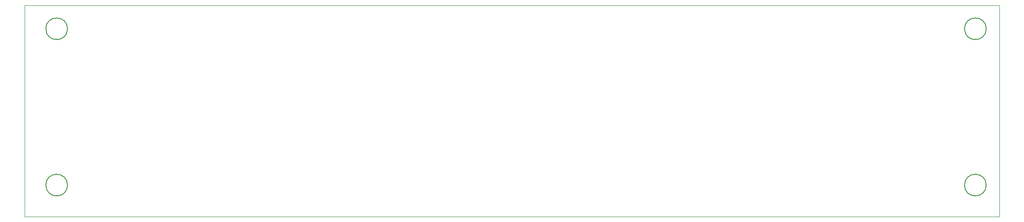
<source format=gbr>
%TF.GenerationSoftware,KiCad,Pcbnew,(6.0.5)*%
%TF.CreationDate,2023-02-26T02:49:59+09:00*%
%TF.ProjectId,_____,0c08746c-f12e-46b6-9963-61645f706362,rev?*%
%TF.SameCoordinates,Original*%
%TF.FileFunction,Profile,NP*%
%FSLAX46Y46*%
G04 Gerber Fmt 4.6, Leading zero omitted, Abs format (unit mm)*
G04 Created by KiCad (PCBNEW (6.0.5)) date 2023-02-26 02:49:59*
%MOMM*%
%LPD*%
G01*
G04 APERTURE LIST*
%TA.AperFunction,Profile*%
%ADD10C,0.100000*%
%TD*%
%TA.AperFunction,Profile*%
%ADD11C,0.200000*%
%TD*%
G04 APERTURE END LIST*
D10*
X52875000Y-61468000D02*
X237193000Y-61468000D01*
X237193000Y-61468000D02*
X237193000Y-101468000D01*
X237193000Y-101468000D02*
X52875000Y-101468000D01*
X52875000Y-101468000D02*
X52875000Y-61468000D01*
D11*
X60978000Y-65895000D02*
G75*
G03*
X60978000Y-65895000I-2050000J0D01*
G01*
X234696000Y-65895000D02*
G75*
G03*
X234696000Y-65895000I-2050000J0D01*
G01*
X234696000Y-95522000D02*
G75*
G03*
X234696000Y-95522000I-2050000J0D01*
G01*
X60978000Y-95522000D02*
G75*
G03*
X60978000Y-95522000I-2050000J0D01*
G01*
M02*

</source>
